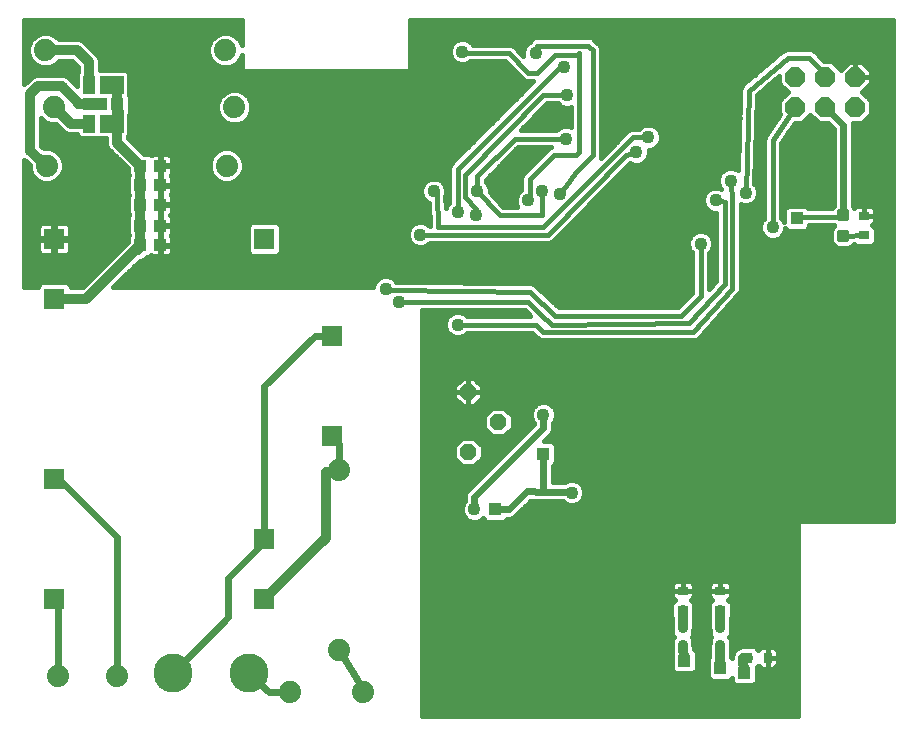
<source format=gbl>
G75*
%MOIN*%
%OFA0B0*%
%FSLAX25Y25*%
%IPPOS*%
%LPD*%
%AMOC8*
5,1,8,0,0,1.08239X$1,22.5*
%
%ADD10R,0.04331X0.03937*%
%ADD11C,0.07400*%
%ADD12C,0.01181*%
%ADD13C,0.13000*%
%ADD14R,0.03700X0.03000*%
%ADD15R,0.03000X0.03700*%
%ADD16OC8,0.05600*%
%ADD17R,0.07124X0.07124*%
%ADD18OC8,0.06600*%
%ADD19R,0.04300X0.05900*%
%ADD20R,0.07900X0.04300*%
%ADD21R,0.07900X0.05900*%
%ADD22R,0.04300X0.04300*%
%ADD23R,0.03150X0.03150*%
%ADD24C,0.03200*%
%ADD25C,0.01600*%
%ADD26C,0.04362*%
%ADD27C,0.02400*%
%ADD28R,0.04362X0.04362*%
D10*
X0042954Y0160800D03*
X0049646Y0160800D03*
X0049646Y0167300D03*
X0042954Y0167300D03*
X0042954Y0174300D03*
X0049646Y0174300D03*
X0049646Y0180800D03*
X0042954Y0180800D03*
X0042954Y0187300D03*
X0049646Y0187300D03*
D11*
X0015457Y0017300D03*
X0035143Y0017300D03*
X0092800Y0011800D03*
X0109300Y0025800D03*
X0117300Y0011800D03*
X0109300Y0085800D03*
X0071800Y0187300D03*
X0074300Y0206800D03*
X0071300Y0225800D03*
X0014300Y0206800D03*
X0011300Y0225800D03*
X0011800Y0187300D03*
D12*
X0275922Y0169375D02*
X0278678Y0169375D01*
X0275922Y0169375D02*
X0275922Y0172131D01*
X0278678Y0172131D01*
X0278678Y0169375D01*
X0278678Y0170555D02*
X0275922Y0170555D01*
X0275922Y0171735D02*
X0278678Y0171735D01*
X0278678Y0162469D02*
X0275922Y0162469D01*
X0275922Y0165225D01*
X0278678Y0165225D01*
X0278678Y0162469D01*
X0278678Y0163649D02*
X0275922Y0163649D01*
X0275922Y0164829D02*
X0278678Y0164829D01*
D13*
X0079300Y0018300D03*
X0053800Y0018300D03*
D14*
X0223800Y0039000D03*
X0223800Y0045600D03*
X0236300Y0045600D03*
X0236300Y0039000D03*
X0284300Y0164000D03*
X0284300Y0170600D03*
D15*
X0252100Y0023300D03*
X0245500Y0023300D03*
D16*
X0152300Y0091800D03*
X0162300Y0101800D03*
X0152300Y0111800D03*
D17*
X0106800Y0097050D03*
X0106800Y0130550D03*
X0084300Y0162800D03*
X0014300Y0162800D03*
X0014300Y0142800D03*
X0014300Y0082800D03*
X0014300Y0042800D03*
X0084300Y0042800D03*
X0084300Y0062800D03*
D18*
X0261300Y0206800D03*
X0271300Y0206800D03*
X0281300Y0206800D03*
X0281300Y0216800D03*
X0271300Y0216800D03*
X0261300Y0216800D03*
D19*
X0026000Y0214300D03*
X0026000Y0201300D03*
D20*
X0027800Y0207800D03*
D21*
X0033400Y0201300D03*
X0033400Y0214300D03*
D22*
X0035300Y0207800D03*
D23*
X0223800Y0033253D03*
X0223800Y0027347D03*
X0236300Y0027347D03*
X0236300Y0033253D03*
D24*
X0236300Y0039000D01*
X0223800Y0039000D02*
X0223800Y0033253D01*
X0223800Y0027347D02*
X0224300Y0022300D01*
X0236300Y0019800D02*
X0236300Y0027347D01*
X0243800Y0023300D02*
X0245500Y0023300D01*
X0243800Y0023300D02*
X0244300Y0018300D01*
X0104800Y0063300D02*
X0084300Y0042800D01*
X0104800Y0063300D02*
X0104800Y0085300D01*
X0042954Y0160800D02*
X0024954Y0142800D01*
X0014300Y0142800D01*
X0042300Y0159146D02*
X0042954Y0160800D01*
X0042954Y0167300D01*
X0042954Y0174300D01*
X0042954Y0180800D01*
X0042954Y0187300D01*
X0035300Y0194954D01*
X0035300Y0207800D01*
X0035800Y0204700D01*
X0033400Y0201300D01*
X0035300Y0207800D02*
X0035300Y0213400D01*
X0033400Y0214300D01*
X0026000Y0214300D02*
X0025800Y0214500D01*
X0025800Y0221800D01*
X0021800Y0225800D01*
X0011300Y0225800D01*
X0008800Y0213800D02*
X0016800Y0213800D01*
X0022300Y0208300D01*
X0022300Y0207800D01*
X0027800Y0207800D01*
X0026000Y0201300D02*
X0019800Y0201300D01*
X0014300Y0206800D01*
X0008800Y0213800D02*
X0006300Y0211300D01*
X0006300Y0192300D01*
X0011800Y0187300D01*
X0014300Y0082800D02*
X0015800Y0082800D01*
X0014300Y0042800D02*
X0014800Y0042300D01*
D25*
X0136800Y0041763D02*
X0220384Y0041763D01*
X0219950Y0041328D02*
X0219950Y0036672D01*
X0220200Y0036422D01*
X0220200Y0032537D01*
X0220225Y0032476D01*
X0220225Y0030850D01*
X0220775Y0030300D01*
X0220225Y0029750D01*
X0220225Y0027963D01*
X0220147Y0027705D01*
X0220225Y0026915D01*
X0220225Y0025416D01*
X0220119Y0025310D01*
X0220119Y0019290D01*
X0221290Y0018119D01*
X0227310Y0018119D01*
X0228481Y0019290D01*
X0228481Y0025310D01*
X0227525Y0026266D01*
X0227375Y0027779D01*
X0227375Y0029750D01*
X0226825Y0030300D01*
X0227375Y0030850D01*
X0227375Y0032476D01*
X0227400Y0032537D01*
X0227400Y0036422D01*
X0227650Y0036672D01*
X0227650Y0041328D01*
X0226479Y0042500D01*
X0226755Y0042660D01*
X0227090Y0042995D01*
X0227327Y0043405D01*
X0227450Y0043863D01*
X0227450Y0045600D01*
X0227450Y0047337D01*
X0227327Y0047795D01*
X0227090Y0048205D01*
X0226755Y0048540D01*
X0226345Y0048777D01*
X0225887Y0048900D01*
X0223800Y0048900D01*
X0223800Y0045600D01*
X0223800Y0045600D01*
X0227450Y0045600D01*
X0223800Y0045600D01*
X0223800Y0045600D01*
X0223800Y0045600D01*
X0220150Y0045600D01*
X0220150Y0047337D01*
X0220273Y0047795D01*
X0220510Y0048205D01*
X0220845Y0048540D01*
X0221255Y0048777D01*
X0221713Y0048900D01*
X0223800Y0048900D01*
X0223800Y0045600D01*
X0220150Y0045600D01*
X0220150Y0043863D01*
X0220273Y0043405D01*
X0220510Y0042995D01*
X0220845Y0042660D01*
X0221121Y0042500D01*
X0219950Y0041328D01*
X0219950Y0040164D02*
X0136800Y0040164D01*
X0136800Y0038566D02*
X0219950Y0038566D01*
X0219950Y0036967D02*
X0136800Y0036967D01*
X0136800Y0035369D02*
X0220200Y0035369D01*
X0220200Y0033770D02*
X0136800Y0033770D01*
X0136800Y0032172D02*
X0220225Y0032172D01*
X0220502Y0030573D02*
X0136800Y0030573D01*
X0136800Y0028975D02*
X0220225Y0028975D01*
X0220180Y0027376D02*
X0136800Y0027376D01*
X0136800Y0025778D02*
X0220225Y0025778D01*
X0220119Y0024179D02*
X0136800Y0024179D01*
X0136800Y0022581D02*
X0220119Y0022581D01*
X0220119Y0020982D02*
X0136800Y0020982D01*
X0136800Y0019384D02*
X0220119Y0019384D01*
X0228481Y0019384D02*
X0232119Y0019384D01*
X0232119Y0020982D02*
X0228481Y0020982D01*
X0228481Y0022581D02*
X0232119Y0022581D01*
X0232119Y0022810D02*
X0232119Y0016790D01*
X0233290Y0015619D01*
X0239310Y0015619D01*
X0240119Y0016428D01*
X0240119Y0015290D01*
X0241290Y0014119D01*
X0247310Y0014119D01*
X0248481Y0015290D01*
X0248481Y0020103D01*
X0249000Y0020621D01*
X0249160Y0020345D01*
X0249495Y0020010D01*
X0249905Y0019773D01*
X0250363Y0019650D01*
X0252100Y0019650D01*
X0253837Y0019650D01*
X0254295Y0019773D01*
X0254705Y0020010D01*
X0255040Y0020345D01*
X0255277Y0020755D01*
X0255400Y0021213D01*
X0255400Y0023300D01*
X0255400Y0025387D01*
X0255277Y0025845D01*
X0255040Y0026255D01*
X0254705Y0026590D01*
X0254295Y0026827D01*
X0253837Y0026950D01*
X0252100Y0026950D01*
X0252100Y0023300D01*
X0252100Y0023300D01*
X0255400Y0023300D01*
X0252100Y0023300D01*
X0252100Y0023300D01*
X0252100Y0026950D01*
X0250363Y0026950D01*
X0249905Y0026827D01*
X0249495Y0026590D01*
X0249160Y0026255D01*
X0249000Y0025979D01*
X0247828Y0027150D01*
X0243172Y0027150D01*
X0242844Y0026822D01*
X0242729Y0026811D01*
X0242256Y0026557D01*
X0241761Y0026352D01*
X0241630Y0026221D01*
X0241467Y0026134D01*
X0241127Y0025719D01*
X0240748Y0025339D01*
X0240677Y0025168D01*
X0240560Y0025025D01*
X0240405Y0024512D01*
X0240200Y0024016D01*
X0240200Y0023831D01*
X0240147Y0023654D01*
X0240200Y0023120D01*
X0240200Y0023091D01*
X0239900Y0023391D01*
X0239900Y0028063D01*
X0239875Y0028124D01*
X0239875Y0029750D01*
X0239325Y0030300D01*
X0239875Y0030850D01*
X0239875Y0032476D01*
X0239900Y0032537D01*
X0239900Y0036422D01*
X0240150Y0036672D01*
X0240150Y0041328D01*
X0238979Y0042500D01*
X0239255Y0042660D01*
X0239590Y0042995D01*
X0239827Y0043405D01*
X0239950Y0043863D01*
X0239950Y0045600D01*
X0239950Y0047337D01*
X0239827Y0047795D01*
X0239590Y0048205D01*
X0239255Y0048540D01*
X0238845Y0048777D01*
X0238387Y0048900D01*
X0236300Y0048900D01*
X0236300Y0045600D01*
X0236300Y0045600D01*
X0239950Y0045600D01*
X0236300Y0045600D01*
X0236300Y0045600D01*
X0236300Y0045600D01*
X0232650Y0045600D01*
X0232650Y0047337D01*
X0232773Y0047795D01*
X0233010Y0048205D01*
X0233345Y0048540D01*
X0233755Y0048777D01*
X0234213Y0048900D01*
X0236300Y0048900D01*
X0236300Y0045600D01*
X0232650Y0045600D01*
X0232650Y0043863D01*
X0232773Y0043405D01*
X0233010Y0042995D01*
X0233345Y0042660D01*
X0233621Y0042500D01*
X0232450Y0041328D01*
X0232450Y0036672D01*
X0232700Y0036422D01*
X0232700Y0032537D01*
X0232725Y0032476D01*
X0232725Y0030850D01*
X0233275Y0030300D01*
X0232725Y0029750D01*
X0232725Y0028124D01*
X0232700Y0028063D01*
X0232700Y0023391D01*
X0232119Y0022810D01*
X0232700Y0024179D02*
X0228481Y0024179D01*
X0228013Y0025778D02*
X0232700Y0025778D01*
X0232700Y0027376D02*
X0227415Y0027376D01*
X0227375Y0028975D02*
X0232725Y0028975D01*
X0233002Y0030573D02*
X0227098Y0030573D01*
X0227375Y0032172D02*
X0232725Y0032172D01*
X0232700Y0033770D02*
X0227400Y0033770D01*
X0227400Y0035369D02*
X0232700Y0035369D01*
X0232450Y0036967D02*
X0227650Y0036967D01*
X0227650Y0038566D02*
X0232450Y0038566D01*
X0232450Y0040164D02*
X0227650Y0040164D01*
X0227216Y0041763D02*
X0232884Y0041763D01*
X0232798Y0043361D02*
X0227302Y0043361D01*
X0227450Y0044960D02*
X0232650Y0044960D01*
X0232650Y0046558D02*
X0227450Y0046558D01*
X0227118Y0048157D02*
X0232982Y0048157D01*
X0236300Y0048157D02*
X0236300Y0048157D01*
X0236300Y0046558D02*
X0236300Y0046558D01*
X0239618Y0048157D02*
X0262300Y0048157D01*
X0262300Y0049755D02*
X0136800Y0049755D01*
X0136800Y0048157D02*
X0220482Y0048157D01*
X0220150Y0046558D02*
X0136800Y0046558D01*
X0136800Y0044960D02*
X0220150Y0044960D01*
X0220298Y0043361D02*
X0136800Y0043361D01*
X0136800Y0051354D02*
X0262300Y0051354D01*
X0262300Y0052952D02*
X0136800Y0052952D01*
X0136800Y0054551D02*
X0262300Y0054551D01*
X0262300Y0056149D02*
X0136800Y0056149D01*
X0136800Y0057748D02*
X0262300Y0057748D01*
X0262300Y0059346D02*
X0136800Y0059346D01*
X0136800Y0060945D02*
X0262300Y0060945D01*
X0262300Y0062543D02*
X0136800Y0062543D01*
X0136800Y0064142D02*
X0262300Y0064142D01*
X0262300Y0065740D02*
X0136800Y0065740D01*
X0136800Y0067339D02*
X0262300Y0067339D01*
X0262300Y0068800D02*
X0262300Y0003800D01*
X0136800Y0003800D01*
X0136800Y0139000D01*
X0171140Y0139000D01*
X0173040Y0137100D01*
X0151913Y0137100D01*
X0151168Y0137845D01*
X0149632Y0138481D01*
X0147968Y0138481D01*
X0146432Y0137845D01*
X0145255Y0136668D01*
X0144619Y0135132D01*
X0144619Y0133468D01*
X0145255Y0131932D01*
X0146432Y0130755D01*
X0147968Y0130119D01*
X0149632Y0130119D01*
X0151168Y0130755D01*
X0151913Y0131500D01*
X0173640Y0131500D01*
X0174926Y0130214D01*
X0175714Y0129426D01*
X0176743Y0129000D01*
X0226822Y0129000D01*
X0226896Y0128974D01*
X0227376Y0129000D01*
X0227857Y0129000D01*
X0227930Y0129030D01*
X0228009Y0129034D01*
X0228442Y0129242D01*
X0228886Y0129426D01*
X0228942Y0129482D01*
X0229013Y0129516D01*
X0229334Y0129874D01*
X0229674Y0130214D01*
X0229704Y0130287D01*
X0242334Y0144374D01*
X0242674Y0144714D01*
X0242704Y0144787D01*
X0242757Y0144846D01*
X0242916Y0145299D01*
X0243100Y0145743D01*
X0243100Y0145822D01*
X0243126Y0145896D01*
X0243100Y0146376D01*
X0243100Y0174479D01*
X0243968Y0174119D01*
X0245632Y0174119D01*
X0247168Y0174755D01*
X0248345Y0175932D01*
X0248981Y0177468D01*
X0248981Y0179132D01*
X0248345Y0180668D01*
X0247690Y0181323D01*
X0248562Y0210969D01*
X0256000Y0217263D01*
X0256000Y0214605D01*
X0258805Y0211800D01*
X0256000Y0208995D01*
X0256000Y0204605D01*
X0256246Y0204358D01*
X0251634Y0197594D01*
X0251426Y0197386D01*
X0251324Y0197139D01*
X0251173Y0196917D01*
X0251113Y0196629D01*
X0251000Y0196357D01*
X0251000Y0196089D01*
X0250945Y0195827D01*
X0251000Y0195537D01*
X0251000Y0169913D01*
X0250255Y0169168D01*
X0249619Y0167632D01*
X0249619Y0165968D01*
X0250255Y0164432D01*
X0251432Y0163255D01*
X0252968Y0162619D01*
X0254632Y0162619D01*
X0256168Y0163255D01*
X0257345Y0164432D01*
X0257981Y0165968D01*
X0257981Y0166428D01*
X0258790Y0165619D01*
X0264810Y0165619D01*
X0265981Y0166790D01*
X0265981Y0167500D01*
X0274133Y0167500D01*
X0274333Y0167300D01*
X0273726Y0166693D01*
X0273331Y0165740D01*
X0273331Y0161954D01*
X0273726Y0161002D01*
X0274455Y0160273D01*
X0275407Y0159879D01*
X0279193Y0159879D01*
X0280145Y0160273D01*
X0280874Y0161002D01*
X0280924Y0161122D01*
X0280998Y0161123D01*
X0281622Y0160500D01*
X0286978Y0160500D01*
X0288150Y0161672D01*
X0288150Y0166328D01*
X0286979Y0167500D01*
X0287255Y0167660D01*
X0287590Y0167995D01*
X0287827Y0168405D01*
X0287950Y0168863D01*
X0287950Y0170600D01*
X0287950Y0172337D01*
X0287827Y0172795D01*
X0287590Y0173205D01*
X0287255Y0173540D01*
X0286845Y0173777D01*
X0286387Y0173900D01*
X0284300Y0173900D01*
X0284300Y0170600D01*
X0284300Y0170600D01*
X0287950Y0170600D01*
X0284300Y0170600D01*
X0284300Y0170600D01*
X0284300Y0173900D01*
X0282213Y0173900D01*
X0281755Y0173777D01*
X0281345Y0173540D01*
X0281029Y0173224D01*
X0280874Y0173598D01*
X0280500Y0173972D01*
X0280500Y0200747D01*
X0280502Y0201377D01*
X0280500Y0201383D01*
X0280500Y0201389D01*
X0280454Y0201500D01*
X0283495Y0201500D01*
X0286600Y0204605D01*
X0286600Y0208995D01*
X0283654Y0211941D01*
X0286400Y0214688D01*
X0286400Y0216787D01*
X0281313Y0216787D01*
X0281313Y0216812D01*
X0286400Y0216812D01*
X0286400Y0218912D01*
X0283412Y0221900D01*
X0281313Y0221900D01*
X0281313Y0216813D01*
X0281287Y0216813D01*
X0281287Y0221900D01*
X0279188Y0221900D01*
X0276441Y0219154D01*
X0273495Y0222100D01*
X0270960Y0222100D01*
X0267386Y0225674D01*
X0266357Y0226100D01*
X0258916Y0226100D01*
X0258477Y0226137D01*
X0258363Y0226100D01*
X0258243Y0226100D01*
X0257836Y0225931D01*
X0257417Y0225797D01*
X0257325Y0225720D01*
X0257214Y0225674D01*
X0256902Y0225362D01*
X0244357Y0214747D01*
X0244284Y0214719D01*
X0243934Y0214389D01*
X0243566Y0214078D01*
X0243531Y0214009D01*
X0243474Y0213955D01*
X0243277Y0213516D01*
X0243056Y0213088D01*
X0243049Y0213010D01*
X0243018Y0212939D01*
X0243003Y0212457D01*
X0242963Y0211977D01*
X0242987Y0211903D01*
X0242219Y0185794D01*
X0242168Y0185845D01*
X0240632Y0186481D01*
X0238968Y0186481D01*
X0237432Y0185845D01*
X0236255Y0184668D01*
X0235619Y0183132D01*
X0235619Y0181468D01*
X0236255Y0179932D01*
X0236612Y0179575D01*
X0235632Y0179981D01*
X0233968Y0179981D01*
X0232432Y0179345D01*
X0231255Y0178168D01*
X0230619Y0176632D01*
X0230619Y0174968D01*
X0231255Y0173432D01*
X0232432Y0172255D01*
X0233968Y0171619D01*
X0235000Y0171619D01*
X0235000Y0148895D01*
X0232600Y0146295D01*
X0232600Y0158187D01*
X0233345Y0158932D01*
X0233981Y0160468D01*
X0233981Y0162132D01*
X0233345Y0163668D01*
X0232168Y0164845D01*
X0230632Y0165481D01*
X0228968Y0165481D01*
X0227432Y0164845D01*
X0226255Y0163668D01*
X0225619Y0162132D01*
X0225619Y0160468D01*
X0226255Y0158932D01*
X0227000Y0158187D01*
X0227000Y0144960D01*
X0222140Y0140100D01*
X0182410Y0140100D01*
X0174761Y0147299D01*
X0174412Y0147656D01*
X0174357Y0147680D01*
X0174313Y0147721D01*
X0173847Y0147898D01*
X0173387Y0148094D01*
X0173328Y0148094D01*
X0173272Y0148116D01*
X0172773Y0148100D01*
X0128380Y0148583D01*
X0128345Y0148668D01*
X0127168Y0149845D01*
X0125632Y0150481D01*
X0123968Y0150481D01*
X0122432Y0149845D01*
X0121255Y0148668D01*
X0120619Y0147132D01*
X0120619Y0146800D01*
X0034045Y0146800D01*
X0042799Y0155554D01*
X0043075Y0155559D01*
X0044389Y0156128D01*
X0045069Y0156831D01*
X0045947Y0156831D01*
X0046459Y0157343D01*
X0046786Y0157154D01*
X0047244Y0157031D01*
X0049462Y0157031D01*
X0049462Y0160616D01*
X0049831Y0160616D01*
X0049831Y0160984D01*
X0053612Y0160984D01*
X0053612Y0163005D01*
X0053489Y0163463D01*
X0053252Y0163874D01*
X0053076Y0164050D01*
X0053252Y0164226D01*
X0053489Y0164637D01*
X0053612Y0165095D01*
X0053612Y0167116D01*
X0049831Y0167116D01*
X0049831Y0167484D01*
X0053612Y0167484D01*
X0053612Y0169505D01*
X0053489Y0169963D01*
X0053252Y0170374D01*
X0052917Y0170709D01*
X0052759Y0170800D01*
X0052917Y0170891D01*
X0053252Y0171226D01*
X0053489Y0171637D01*
X0053612Y0172095D01*
X0053612Y0174116D01*
X0049831Y0174116D01*
X0049831Y0174484D01*
X0053612Y0174484D01*
X0053612Y0176505D01*
X0053489Y0176963D01*
X0053252Y0177374D01*
X0053076Y0177550D01*
X0053252Y0177726D01*
X0053489Y0178137D01*
X0053612Y0178595D01*
X0053612Y0180616D01*
X0049831Y0180616D01*
X0049831Y0180984D01*
X0053612Y0180984D01*
X0053612Y0183005D01*
X0053489Y0183463D01*
X0053252Y0183874D01*
X0053076Y0184050D01*
X0053252Y0184226D01*
X0053489Y0184637D01*
X0053612Y0185095D01*
X0053612Y0187116D01*
X0049831Y0187116D01*
X0049831Y0187484D01*
X0053612Y0187484D01*
X0053612Y0189505D01*
X0053489Y0189963D01*
X0053252Y0190374D01*
X0052917Y0190709D01*
X0052507Y0190946D01*
X0052049Y0191068D01*
X0049831Y0191068D01*
X0049831Y0187484D01*
X0049462Y0187484D01*
X0049462Y0191068D01*
X0047244Y0191068D01*
X0046786Y0190946D01*
X0046459Y0190757D01*
X0045947Y0191268D01*
X0044076Y0191268D01*
X0038900Y0196445D01*
X0038900Y0197072D01*
X0039350Y0197522D01*
X0039350Y0204068D01*
X0039468Y0204566D01*
X0039465Y0204586D01*
X0039469Y0204606D01*
X0039435Y0204806D01*
X0039450Y0204822D01*
X0039450Y0210778D01*
X0039350Y0210878D01*
X0039350Y0218078D01*
X0038178Y0219250D01*
X0029400Y0219250D01*
X0029400Y0222516D01*
X0028852Y0223839D01*
X0027839Y0224852D01*
X0023839Y0228852D01*
X0022516Y0229400D01*
X0015761Y0229400D01*
X0014529Y0230632D01*
X0012434Y0231500D01*
X0010166Y0231500D01*
X0008071Y0230632D01*
X0006468Y0229029D01*
X0005600Y0226934D01*
X0005600Y0224666D01*
X0006468Y0222571D01*
X0008071Y0220968D01*
X0010166Y0220100D01*
X0012434Y0220100D01*
X0014529Y0220968D01*
X0015761Y0222200D01*
X0020309Y0222200D01*
X0022200Y0220309D01*
X0022200Y0218428D01*
X0021850Y0218078D01*
X0021850Y0213841D01*
X0018839Y0216852D01*
X0017516Y0217400D01*
X0008084Y0217400D01*
X0006761Y0216852D01*
X0005748Y0215839D01*
X0004300Y0214391D01*
X0004300Y0235761D01*
X0076800Y0235761D01*
X0076800Y0227417D01*
X0076132Y0229029D01*
X0074529Y0230632D01*
X0072434Y0231500D01*
X0070166Y0231500D01*
X0068071Y0230632D01*
X0066468Y0229029D01*
X0065600Y0226934D01*
X0065600Y0224666D01*
X0066468Y0222571D01*
X0068071Y0220968D01*
X0070166Y0220100D01*
X0072434Y0220100D01*
X0074529Y0220968D01*
X0076132Y0222571D01*
X0076800Y0224183D01*
X0076800Y0218800D01*
X0132800Y0218800D01*
X0132800Y0235761D01*
X0294001Y0235761D01*
X0294001Y0068800D01*
X0262300Y0068800D01*
X0262300Y0046558D02*
X0239950Y0046558D01*
X0239950Y0044960D02*
X0262300Y0044960D01*
X0262300Y0043361D02*
X0239802Y0043361D01*
X0239716Y0041763D02*
X0262300Y0041763D01*
X0262300Y0040164D02*
X0240150Y0040164D01*
X0240150Y0038566D02*
X0262300Y0038566D01*
X0262300Y0036967D02*
X0240150Y0036967D01*
X0239900Y0035369D02*
X0262300Y0035369D01*
X0262300Y0033770D02*
X0239900Y0033770D01*
X0239875Y0032172D02*
X0262300Y0032172D01*
X0262300Y0030573D02*
X0239598Y0030573D01*
X0239875Y0028975D02*
X0262300Y0028975D01*
X0262300Y0027376D02*
X0239900Y0027376D01*
X0239900Y0025778D02*
X0241176Y0025778D01*
X0240268Y0024179D02*
X0239900Y0024179D01*
X0248481Y0019384D02*
X0262300Y0019384D01*
X0262300Y0020982D02*
X0255338Y0020982D01*
X0255400Y0022581D02*
X0262300Y0022581D01*
X0262300Y0024179D02*
X0255400Y0024179D01*
X0255295Y0025778D02*
X0262300Y0025778D01*
X0262300Y0017785D02*
X0248481Y0017785D01*
X0248481Y0016187D02*
X0262300Y0016187D01*
X0262300Y0014588D02*
X0247779Y0014588D01*
X0252100Y0019650D02*
X0252100Y0023300D01*
X0252100Y0019650D01*
X0252100Y0020982D02*
X0252100Y0020982D01*
X0252100Y0022581D02*
X0252100Y0022581D01*
X0252100Y0023300D02*
X0252100Y0023300D01*
X0252100Y0024179D02*
X0252100Y0024179D01*
X0252100Y0025778D02*
X0252100Y0025778D01*
X0240119Y0016187D02*
X0239877Y0016187D01*
X0240821Y0014588D02*
X0136800Y0014588D01*
X0136800Y0012990D02*
X0262300Y0012990D01*
X0262300Y0011391D02*
X0136800Y0011391D01*
X0136800Y0009793D02*
X0262300Y0009793D01*
X0262300Y0008194D02*
X0136800Y0008194D01*
X0136800Y0006596D02*
X0262300Y0006596D01*
X0262300Y0004997D02*
X0136800Y0004997D01*
X0136800Y0016187D02*
X0232723Y0016187D01*
X0232119Y0017785D02*
X0136800Y0017785D01*
X0136800Y0068937D02*
X0152699Y0068937D01*
X0151932Y0069255D02*
X0153468Y0068619D01*
X0155132Y0068619D01*
X0156668Y0069255D01*
X0157161Y0069748D01*
X0158290Y0068619D01*
X0164310Y0068619D01*
X0165291Y0069600D01*
X0166437Y0069600D01*
X0167613Y0070087D01*
X0173081Y0075556D01*
X0176506Y0075441D01*
X0176557Y0075420D01*
X0177141Y0075420D01*
X0177724Y0075401D01*
X0177775Y0075420D01*
X0183767Y0075420D01*
X0184432Y0074755D01*
X0185968Y0074119D01*
X0187632Y0074119D01*
X0189168Y0074755D01*
X0190345Y0075932D01*
X0190981Y0077468D01*
X0190981Y0079132D01*
X0190345Y0080668D01*
X0189168Y0081845D01*
X0187632Y0082481D01*
X0185968Y0082481D01*
X0184432Y0081845D01*
X0184407Y0081820D01*
X0180500Y0081820D01*
X0180500Y0087309D01*
X0181481Y0088290D01*
X0181481Y0094310D01*
X0180310Y0095481D01*
X0177507Y0095481D01*
X0180013Y0097987D01*
X0180500Y0099163D01*
X0180500Y0101587D01*
X0180845Y0101932D01*
X0181481Y0103468D01*
X0181481Y0105132D01*
X0180845Y0106668D01*
X0179668Y0107845D01*
X0178132Y0108481D01*
X0176468Y0108481D01*
X0174932Y0107845D01*
X0173755Y0106668D01*
X0173119Y0105132D01*
X0173119Y0103468D01*
X0173755Y0101932D01*
X0174100Y0101587D01*
X0174100Y0101125D01*
X0152487Y0079513D01*
X0151587Y0078613D01*
X0151100Y0077437D01*
X0151100Y0075513D01*
X0150755Y0075168D01*
X0150119Y0073632D01*
X0150119Y0071968D01*
X0150755Y0070432D01*
X0151932Y0069255D01*
X0150712Y0070536D02*
X0136800Y0070536D01*
X0136800Y0072134D02*
X0150119Y0072134D01*
X0150161Y0073733D02*
X0136800Y0073733D01*
X0136800Y0075332D02*
X0150919Y0075332D01*
X0151100Y0076930D02*
X0136800Y0076930D01*
X0136800Y0078529D02*
X0151552Y0078529D01*
X0153102Y0080127D02*
X0136800Y0080127D01*
X0136800Y0081726D02*
X0154700Y0081726D01*
X0156299Y0083324D02*
X0136800Y0083324D01*
X0136800Y0084923D02*
X0157897Y0084923D01*
X0159496Y0086521D02*
X0136800Y0086521D01*
X0136800Y0088120D02*
X0149192Y0088120D01*
X0150312Y0087000D02*
X0147500Y0089812D01*
X0147500Y0093788D01*
X0150312Y0096600D01*
X0154288Y0096600D01*
X0157100Y0093788D01*
X0157100Y0089812D01*
X0154288Y0087000D01*
X0150312Y0087000D01*
X0147594Y0089718D02*
X0136800Y0089718D01*
X0136800Y0091317D02*
X0147500Y0091317D01*
X0147500Y0092915D02*
X0136800Y0092915D01*
X0136800Y0094514D02*
X0148225Y0094514D01*
X0149824Y0096112D02*
X0136800Y0096112D01*
X0136800Y0097711D02*
X0159601Y0097711D01*
X0160312Y0097000D02*
X0164288Y0097000D01*
X0167100Y0099812D01*
X0167100Y0103788D01*
X0164288Y0106600D01*
X0160312Y0106600D01*
X0157500Y0103788D01*
X0157500Y0099812D01*
X0160312Y0097000D01*
X0158003Y0099309D02*
X0136800Y0099309D01*
X0136800Y0100908D02*
X0157500Y0100908D01*
X0157500Y0102506D02*
X0136800Y0102506D01*
X0136800Y0104105D02*
X0157817Y0104105D01*
X0159415Y0105703D02*
X0136800Y0105703D01*
X0136800Y0107302D02*
X0150293Y0107302D01*
X0150395Y0107200D02*
X0152300Y0107200D01*
X0154205Y0107200D01*
X0156900Y0109895D01*
X0156900Y0111800D01*
X0156900Y0113705D01*
X0154205Y0116400D01*
X0152300Y0116400D01*
X0152300Y0111800D01*
X0156900Y0111800D01*
X0152300Y0111800D01*
X0152300Y0111800D01*
X0152300Y0111800D01*
X0152300Y0107200D01*
X0152300Y0111800D01*
X0152300Y0111800D01*
X0152300Y0111800D01*
X0147700Y0111800D01*
X0147700Y0113705D01*
X0150395Y0116400D01*
X0152300Y0116400D01*
X0152300Y0111800D01*
X0147700Y0111800D01*
X0147700Y0109895D01*
X0150395Y0107200D01*
X0152300Y0107302D02*
X0152300Y0107302D01*
X0152300Y0108900D02*
X0152300Y0108900D01*
X0152300Y0110499D02*
X0152300Y0110499D01*
X0152300Y0112097D02*
X0152300Y0112097D01*
X0152300Y0113696D02*
X0152300Y0113696D01*
X0152300Y0115294D02*
X0152300Y0115294D01*
X0155311Y0115294D02*
X0294001Y0115294D01*
X0294001Y0113696D02*
X0156900Y0113696D01*
X0156900Y0112097D02*
X0294001Y0112097D01*
X0294001Y0110499D02*
X0156900Y0110499D01*
X0155906Y0108900D02*
X0294001Y0108900D01*
X0294001Y0107302D02*
X0180211Y0107302D01*
X0181244Y0105703D02*
X0294001Y0105703D01*
X0294001Y0104105D02*
X0181481Y0104105D01*
X0181083Y0102506D02*
X0294001Y0102506D01*
X0294001Y0100908D02*
X0180500Y0100908D01*
X0180500Y0099309D02*
X0294001Y0099309D01*
X0294001Y0097711D02*
X0179736Y0097711D01*
X0178138Y0096112D02*
X0294001Y0096112D01*
X0294001Y0094514D02*
X0181277Y0094514D01*
X0181481Y0092915D02*
X0294001Y0092915D01*
X0294001Y0091317D02*
X0181481Y0091317D01*
X0181481Y0089718D02*
X0294001Y0089718D01*
X0294001Y0088120D02*
X0181310Y0088120D01*
X0180500Y0086521D02*
X0294001Y0086521D01*
X0294001Y0084923D02*
X0180500Y0084923D01*
X0180500Y0083324D02*
X0294001Y0083324D01*
X0294001Y0081726D02*
X0189287Y0081726D01*
X0190569Y0080127D02*
X0294001Y0080127D01*
X0294001Y0078529D02*
X0190981Y0078529D01*
X0190758Y0076930D02*
X0294001Y0076930D01*
X0294001Y0075332D02*
X0189744Y0075332D01*
X0183855Y0075332D02*
X0172857Y0075332D01*
X0171258Y0073733D02*
X0294001Y0073733D01*
X0294001Y0072134D02*
X0169660Y0072134D01*
X0168061Y0070536D02*
X0294001Y0070536D01*
X0294001Y0068937D02*
X0164628Y0068937D01*
X0157972Y0068937D02*
X0155901Y0068937D01*
X0155408Y0088120D02*
X0161094Y0088120D01*
X0162693Y0089718D02*
X0157006Y0089718D01*
X0157100Y0091317D02*
X0164291Y0091317D01*
X0165890Y0092915D02*
X0157100Y0092915D01*
X0156375Y0094514D02*
X0167488Y0094514D01*
X0169087Y0096112D02*
X0154776Y0096112D01*
X0164999Y0097711D02*
X0170685Y0097711D01*
X0172284Y0099309D02*
X0166597Y0099309D01*
X0167100Y0100908D02*
X0173882Y0100908D01*
X0173517Y0102506D02*
X0167100Y0102506D01*
X0166783Y0104105D02*
X0173119Y0104105D01*
X0173356Y0105703D02*
X0165185Y0105703D01*
X0174389Y0107302D02*
X0154307Y0107302D01*
X0148694Y0108900D02*
X0136800Y0108900D01*
X0136800Y0110499D02*
X0147700Y0110499D01*
X0147700Y0112097D02*
X0136800Y0112097D01*
X0136800Y0113696D02*
X0147700Y0113696D01*
X0149289Y0115294D02*
X0136800Y0115294D01*
X0136800Y0116893D02*
X0294001Y0116893D01*
X0294001Y0118491D02*
X0136800Y0118491D01*
X0136800Y0120090D02*
X0294001Y0120090D01*
X0294001Y0121688D02*
X0136800Y0121688D01*
X0136800Y0123287D02*
X0294001Y0123287D01*
X0294001Y0124885D02*
X0136800Y0124885D01*
X0136800Y0126484D02*
X0294001Y0126484D01*
X0294001Y0128082D02*
X0136800Y0128082D01*
X0136800Y0129681D02*
X0175459Y0129681D01*
X0173861Y0131279D02*
X0151692Y0131279D01*
X0148800Y0134300D02*
X0174800Y0134300D01*
X0177300Y0131800D01*
X0227300Y0131800D01*
X0240300Y0146300D01*
X0240300Y0175300D01*
X0239800Y0182300D01*
X0244800Y0178300D02*
X0245800Y0212300D01*
X0258800Y0223300D01*
X0265800Y0223300D01*
X0271300Y0217800D01*
X0271300Y0216800D01*
X0274799Y0220796D02*
X0278084Y0220796D01*
X0276485Y0219198D02*
X0276398Y0219198D01*
X0281287Y0219198D02*
X0281313Y0219198D01*
X0281287Y0220796D02*
X0281313Y0220796D01*
X0281287Y0217599D02*
X0281313Y0217599D01*
X0284516Y0220796D02*
X0294001Y0220796D01*
X0294001Y0219198D02*
X0286115Y0219198D01*
X0286400Y0217599D02*
X0294001Y0217599D01*
X0294001Y0216001D02*
X0286400Y0216001D01*
X0286114Y0214402D02*
X0294001Y0214402D01*
X0294001Y0212803D02*
X0284516Y0212803D01*
X0284390Y0211205D02*
X0294001Y0211205D01*
X0294001Y0209606D02*
X0285989Y0209606D01*
X0286600Y0208008D02*
X0294001Y0208008D01*
X0294001Y0206409D02*
X0286600Y0206409D01*
X0286600Y0204811D02*
X0294001Y0204811D01*
X0294001Y0203212D02*
X0285208Y0203212D01*
X0283609Y0201614D02*
X0294001Y0201614D01*
X0294001Y0200015D02*
X0280500Y0200015D01*
X0280500Y0198417D02*
X0294001Y0198417D01*
X0294001Y0196818D02*
X0280500Y0196818D01*
X0280500Y0195220D02*
X0294001Y0195220D01*
X0294001Y0193621D02*
X0280500Y0193621D01*
X0280500Y0192023D02*
X0294001Y0192023D01*
X0294001Y0190424D02*
X0280500Y0190424D01*
X0280500Y0188826D02*
X0294001Y0188826D01*
X0294001Y0187227D02*
X0280500Y0187227D01*
X0280500Y0185629D02*
X0294001Y0185629D01*
X0294001Y0184030D02*
X0280500Y0184030D01*
X0280500Y0182432D02*
X0294001Y0182432D01*
X0294001Y0180833D02*
X0280500Y0180833D01*
X0280500Y0179235D02*
X0294001Y0179235D01*
X0294001Y0177636D02*
X0280500Y0177636D01*
X0280500Y0176038D02*
X0294001Y0176038D01*
X0294001Y0174439D02*
X0280500Y0174439D01*
X0284300Y0172841D02*
X0284300Y0172841D01*
X0284300Y0171242D02*
X0284300Y0171242D01*
X0287950Y0171242D02*
X0294001Y0171242D01*
X0294001Y0169644D02*
X0287950Y0169644D01*
X0287619Y0168045D02*
X0294001Y0168045D01*
X0294001Y0166447D02*
X0288032Y0166447D01*
X0288150Y0164848D02*
X0294001Y0164848D01*
X0294001Y0163250D02*
X0288150Y0163250D01*
X0288130Y0161651D02*
X0294001Y0161651D01*
X0294001Y0160053D02*
X0279613Y0160053D01*
X0277647Y0163847D02*
X0284300Y0164000D01*
X0277647Y0163847D02*
X0277300Y0163847D01*
X0273331Y0163250D02*
X0256154Y0163250D01*
X0257517Y0164848D02*
X0273331Y0164848D01*
X0273624Y0166447D02*
X0265637Y0166447D01*
X0264800Y0170300D02*
X0261800Y0169800D01*
X0264800Y0170300D02*
X0277253Y0170300D01*
X0277300Y0170753D01*
X0273520Y0173100D02*
X0265691Y0173100D01*
X0264810Y0173981D01*
X0258790Y0173981D01*
X0257619Y0172810D01*
X0257619Y0168506D01*
X0257345Y0169168D01*
X0256600Y0169913D01*
X0256600Y0194936D01*
X0261075Y0201500D01*
X0263495Y0201500D01*
X0266300Y0204305D01*
X0269105Y0201500D01*
X0272051Y0201500D01*
X0274100Y0199435D01*
X0274100Y0173972D01*
X0273726Y0173598D01*
X0273520Y0173100D01*
X0274100Y0174439D02*
X0256600Y0174439D01*
X0256600Y0172841D02*
X0257650Y0172841D01*
X0257619Y0171242D02*
X0256600Y0171242D01*
X0256869Y0169644D02*
X0257619Y0169644D01*
X0253800Y0166800D02*
X0253800Y0195800D01*
X0261300Y0206800D01*
X0258210Y0211205D02*
X0248841Y0211205D01*
X0248522Y0209606D02*
X0256611Y0209606D01*
X0256000Y0208008D02*
X0248475Y0208008D01*
X0248428Y0206409D02*
X0256000Y0206409D01*
X0256000Y0204811D02*
X0248381Y0204811D01*
X0248334Y0203212D02*
X0255465Y0203212D01*
X0254375Y0201614D02*
X0248287Y0201614D01*
X0248240Y0200015D02*
X0253285Y0200015D01*
X0252195Y0198417D02*
X0248193Y0198417D01*
X0248146Y0196818D02*
X0251152Y0196818D01*
X0251000Y0195220D02*
X0248099Y0195220D01*
X0248052Y0193621D02*
X0251000Y0193621D01*
X0251000Y0192023D02*
X0248005Y0192023D01*
X0247958Y0190424D02*
X0251000Y0190424D01*
X0251000Y0188826D02*
X0247911Y0188826D01*
X0247864Y0187227D02*
X0251000Y0187227D01*
X0251000Y0185629D02*
X0247817Y0185629D01*
X0247770Y0184030D02*
X0251000Y0184030D01*
X0251000Y0182432D02*
X0247723Y0182432D01*
X0248180Y0180833D02*
X0251000Y0180833D01*
X0251000Y0179235D02*
X0248938Y0179235D01*
X0248981Y0177636D02*
X0251000Y0177636D01*
X0251000Y0176038D02*
X0248389Y0176038D01*
X0246405Y0174439D02*
X0251000Y0174439D01*
X0251000Y0172841D02*
X0243100Y0172841D01*
X0243100Y0174439D02*
X0243195Y0174439D01*
X0243100Y0171242D02*
X0251000Y0171242D01*
X0250731Y0169644D02*
X0243100Y0169644D01*
X0243100Y0168045D02*
X0249790Y0168045D01*
X0249619Y0166447D02*
X0243100Y0166447D01*
X0243100Y0164848D02*
X0250083Y0164848D01*
X0251446Y0163250D02*
X0243100Y0163250D01*
X0243100Y0161651D02*
X0273457Y0161651D01*
X0274987Y0160053D02*
X0243100Y0160053D01*
X0243100Y0158454D02*
X0294001Y0158454D01*
X0294001Y0156856D02*
X0243100Y0156856D01*
X0243100Y0155257D02*
X0294001Y0155257D01*
X0294001Y0153659D02*
X0243100Y0153659D01*
X0243100Y0152060D02*
X0294001Y0152060D01*
X0294001Y0150462D02*
X0243100Y0150462D01*
X0243100Y0148863D02*
X0294001Y0148863D01*
X0294001Y0147265D02*
X0243100Y0147265D01*
X0243068Y0145666D02*
X0294001Y0145666D01*
X0294001Y0144068D02*
X0242059Y0144068D01*
X0240626Y0142469D02*
X0294001Y0142469D01*
X0294001Y0140870D02*
X0239193Y0140870D01*
X0237760Y0139272D02*
X0294001Y0139272D01*
X0294001Y0137673D02*
X0236326Y0137673D01*
X0234893Y0136075D02*
X0294001Y0136075D01*
X0294001Y0134476D02*
X0233460Y0134476D01*
X0232027Y0132878D02*
X0294001Y0132878D01*
X0294001Y0131279D02*
X0230594Y0131279D01*
X0229161Y0129681D02*
X0294001Y0129681D01*
X0294001Y0172841D02*
X0287801Y0172841D01*
X0274100Y0176038D02*
X0256600Y0176038D01*
X0256600Y0177636D02*
X0274100Y0177636D01*
X0274100Y0179235D02*
X0256600Y0179235D01*
X0256600Y0180833D02*
X0274100Y0180833D01*
X0274100Y0182432D02*
X0256600Y0182432D01*
X0256600Y0184030D02*
X0274100Y0184030D01*
X0274100Y0185629D02*
X0256600Y0185629D01*
X0256600Y0187227D02*
X0274100Y0187227D01*
X0274100Y0188826D02*
X0256600Y0188826D01*
X0256600Y0190424D02*
X0274100Y0190424D01*
X0274100Y0192023D02*
X0256600Y0192023D01*
X0256600Y0193621D02*
X0274100Y0193621D01*
X0274100Y0195220D02*
X0256793Y0195220D01*
X0257883Y0196818D02*
X0274100Y0196818D01*
X0274100Y0198417D02*
X0258973Y0198417D01*
X0260063Y0200015D02*
X0273524Y0200015D01*
X0268991Y0201614D02*
X0263609Y0201614D01*
X0265208Y0203212D02*
X0267392Y0203212D01*
X0257801Y0212803D02*
X0250730Y0212803D01*
X0252619Y0214402D02*
X0256203Y0214402D01*
X0256000Y0216001D02*
X0254508Y0216001D01*
X0251506Y0220796D02*
X0196600Y0220796D01*
X0196600Y0219198D02*
X0249617Y0219198D01*
X0247728Y0217599D02*
X0196600Y0217599D01*
X0196600Y0216001D02*
X0245839Y0216001D01*
X0243948Y0214402D02*
X0196600Y0214402D01*
X0196600Y0212803D02*
X0243014Y0212803D01*
X0242967Y0211205D02*
X0196600Y0211205D01*
X0196600Y0209606D02*
X0242920Y0209606D01*
X0242873Y0208008D02*
X0196600Y0208008D01*
X0196600Y0206409D02*
X0242826Y0206409D01*
X0242779Y0204811D02*
X0196600Y0204811D01*
X0196600Y0203212D02*
X0242732Y0203212D01*
X0242685Y0201614D02*
X0196600Y0201614D01*
X0196600Y0200015D02*
X0209602Y0200015D01*
X0209932Y0200345D02*
X0209187Y0199600D01*
X0206743Y0199600D01*
X0205714Y0199174D01*
X0204926Y0198386D01*
X0196470Y0189930D01*
X0196600Y0190243D01*
X0196600Y0226357D01*
X0196174Y0227386D01*
X0194674Y0228886D01*
X0193886Y0229674D01*
X0192857Y0230100D01*
X0174743Y0230100D01*
X0173714Y0229674D01*
X0172926Y0228886D01*
X0172758Y0228480D01*
X0172432Y0228345D01*
X0171255Y0227168D01*
X0170619Y0225632D01*
X0170619Y0223968D01*
X0170638Y0223921D01*
X0167386Y0227174D01*
X0166357Y0227600D01*
X0153873Y0227600D01*
X0153845Y0227668D01*
X0152668Y0228845D01*
X0151132Y0229481D01*
X0149468Y0229481D01*
X0147932Y0228845D01*
X0146755Y0227668D01*
X0146119Y0226132D01*
X0146119Y0224468D01*
X0146755Y0222932D01*
X0147932Y0221755D01*
X0149468Y0221119D01*
X0151132Y0221119D01*
X0152668Y0221755D01*
X0152913Y0222000D01*
X0164640Y0222000D01*
X0169926Y0216714D01*
X0170714Y0215926D01*
X0171743Y0215500D01*
X0174040Y0215500D01*
X0147214Y0188674D01*
X0146426Y0187886D01*
X0146000Y0186857D01*
X0146000Y0174913D01*
X0145255Y0174168D01*
X0144816Y0173108D01*
X0144633Y0177129D01*
X0144981Y0177968D01*
X0144981Y0179632D01*
X0144345Y0181168D01*
X0143168Y0182345D01*
X0141632Y0182981D01*
X0139968Y0182981D01*
X0138432Y0182345D01*
X0137255Y0181168D01*
X0136619Y0179632D01*
X0136619Y0177968D01*
X0137255Y0176432D01*
X0138432Y0175255D01*
X0139126Y0174968D01*
X0139483Y0167109D01*
X0139428Y0167109D01*
X0138668Y0167868D01*
X0137132Y0168505D01*
X0135468Y0168505D01*
X0133932Y0167868D01*
X0132755Y0166692D01*
X0132119Y0165155D01*
X0132119Y0163492D01*
X0132755Y0161955D01*
X0133932Y0160779D01*
X0135468Y0160143D01*
X0137132Y0160143D01*
X0138668Y0160779D01*
X0139398Y0161509D01*
X0140713Y0161503D01*
X0140719Y0161500D01*
X0141270Y0161500D01*
X0141820Y0161497D01*
X0141826Y0161500D01*
X0178257Y0161500D01*
X0178270Y0161495D01*
X0178814Y0161500D01*
X0179357Y0161500D01*
X0179370Y0161505D01*
X0179384Y0161505D01*
X0179884Y0161718D01*
X0180386Y0161926D01*
X0180396Y0161936D01*
X0180409Y0161941D01*
X0180789Y0162329D01*
X0181174Y0162714D01*
X0181179Y0162727D01*
X0206141Y0188169D01*
X0207468Y0187619D01*
X0209132Y0187619D01*
X0210668Y0188255D01*
X0211845Y0189432D01*
X0212481Y0190968D01*
X0212481Y0192619D01*
X0213132Y0192619D01*
X0214668Y0193255D01*
X0215845Y0194432D01*
X0216481Y0195968D01*
X0216481Y0197632D01*
X0215845Y0199168D01*
X0214668Y0200345D01*
X0213132Y0200981D01*
X0211468Y0200981D01*
X0209932Y0200345D01*
X0214998Y0200015D02*
X0242637Y0200015D01*
X0242590Y0198417D02*
X0216156Y0198417D01*
X0216481Y0196818D02*
X0242543Y0196818D01*
X0242496Y0195220D02*
X0216171Y0195220D01*
X0215034Y0193621D02*
X0242449Y0193621D01*
X0242402Y0192023D02*
X0212481Y0192023D01*
X0212256Y0190424D02*
X0242355Y0190424D01*
X0242308Y0188826D02*
X0211239Y0188826D01*
X0208300Y0191800D02*
X0204800Y0190800D01*
X0178800Y0164300D01*
X0141276Y0164300D01*
X0136300Y0164324D01*
X0134359Y0168045D02*
X0089008Y0168045D01*
X0088691Y0168362D02*
X0089862Y0167191D01*
X0089862Y0158409D01*
X0088691Y0157238D01*
X0079909Y0157238D01*
X0078738Y0158409D01*
X0078738Y0167191D01*
X0079909Y0168362D01*
X0088691Y0168362D01*
X0089862Y0166447D02*
X0132654Y0166447D01*
X0132119Y0164848D02*
X0089862Y0164848D01*
X0089862Y0163250D02*
X0132219Y0163250D01*
X0133060Y0161651D02*
X0089862Y0161651D01*
X0089862Y0160053D02*
X0225791Y0160053D01*
X0225619Y0161651D02*
X0179726Y0161651D01*
X0181692Y0163250D02*
X0226082Y0163250D01*
X0227440Y0164848D02*
X0183260Y0164848D01*
X0184829Y0166447D02*
X0235000Y0166447D01*
X0235000Y0168045D02*
X0186397Y0168045D01*
X0187965Y0169644D02*
X0235000Y0169644D01*
X0235000Y0171242D02*
X0189534Y0171242D01*
X0191102Y0172841D02*
X0231846Y0172841D01*
X0230838Y0174439D02*
X0192671Y0174439D01*
X0194239Y0176038D02*
X0230619Y0176038D01*
X0231035Y0177636D02*
X0195807Y0177636D01*
X0197376Y0179235D02*
X0232322Y0179235D01*
X0235882Y0180833D02*
X0198944Y0180833D01*
X0200512Y0182432D02*
X0235619Y0182432D01*
X0235991Y0184030D02*
X0202081Y0184030D01*
X0203649Y0185629D02*
X0237216Y0185629D01*
X0242261Y0187227D02*
X0205217Y0187227D01*
X0198563Y0192023D02*
X0196600Y0192023D01*
X0196600Y0193621D02*
X0200162Y0193621D01*
X0201760Y0195220D02*
X0196600Y0195220D01*
X0196600Y0196818D02*
X0203359Y0196818D01*
X0204957Y0198417D02*
X0196600Y0198417D01*
X0196600Y0190424D02*
X0196965Y0190424D01*
X0193800Y0190800D02*
X0193800Y0225800D01*
X0192300Y0227300D01*
X0175300Y0227300D01*
X0175300Y0225300D01*
X0174800Y0224800D01*
X0171277Y0227190D02*
X0167347Y0227190D01*
X0168968Y0225592D02*
X0170619Y0225592D01*
X0170567Y0223993D02*
X0170619Y0223993D01*
X0165800Y0224800D02*
X0172300Y0218300D01*
X0175300Y0218300D01*
X0181300Y0224300D01*
X0188800Y0224300D01*
X0189300Y0224800D01*
X0189300Y0191800D01*
X0188300Y0190800D01*
X0180800Y0190800D01*
X0172800Y0182800D01*
X0172800Y0176300D01*
X0172300Y0175800D01*
X0168119Y0176038D02*
X0161728Y0176038D01*
X0163226Y0174439D02*
X0168338Y0174439D01*
X0168119Y0174968D02*
X0168686Y0173600D01*
X0164013Y0173600D01*
X0159481Y0178434D01*
X0159481Y0179632D01*
X0158845Y0181168D01*
X0158100Y0181913D01*
X0158100Y0182640D01*
X0168960Y0193500D01*
X0180002Y0193500D01*
X0179214Y0193174D01*
X0171214Y0185174D01*
X0170426Y0184386D01*
X0170000Y0183357D01*
X0170000Y0179373D01*
X0169932Y0179345D01*
X0168755Y0178168D01*
X0168119Y0176632D01*
X0168119Y0174968D01*
X0168535Y0177636D02*
X0160229Y0177636D01*
X0159481Y0179235D02*
X0169822Y0179235D01*
X0170000Y0180833D02*
X0158983Y0180833D01*
X0158100Y0182432D02*
X0170000Y0182432D01*
X0170279Y0184030D02*
X0159490Y0184030D01*
X0161089Y0185629D02*
X0171669Y0185629D01*
X0173268Y0187227D02*
X0162687Y0187227D01*
X0164286Y0188826D02*
X0174866Y0188826D01*
X0176465Y0190424D02*
X0165884Y0190424D01*
X0167483Y0192023D02*
X0178063Y0192023D01*
X0184800Y0196300D02*
X0167800Y0196300D01*
X0155300Y0183800D01*
X0155300Y0178800D01*
X0162800Y0170800D01*
X0176800Y0170800D01*
X0176800Y0178800D01*
X0182800Y0177800D02*
X0188300Y0185300D01*
X0193800Y0190800D01*
X0186500Y0200121D02*
X0185632Y0200481D01*
X0183968Y0200481D01*
X0182432Y0199845D01*
X0181687Y0199100D01*
X0169743Y0199100D01*
X0178475Y0208000D01*
X0182187Y0208000D01*
X0182932Y0207255D01*
X0184468Y0206619D01*
X0186132Y0206619D01*
X0186500Y0206771D01*
X0186500Y0200121D01*
X0186500Y0201614D02*
X0172210Y0201614D01*
X0173778Y0203212D02*
X0186500Y0203212D01*
X0186500Y0204811D02*
X0175347Y0204811D01*
X0176915Y0206409D02*
X0186500Y0206409D01*
X0185300Y0210800D02*
X0177300Y0210800D01*
X0151300Y0184300D01*
X0151300Y0176800D01*
X0154800Y0172800D01*
X0154800Y0170800D01*
X0148800Y0171800D02*
X0148800Y0186300D01*
X0182800Y0220300D01*
X0184300Y0220300D01*
X0196600Y0222395D02*
X0253395Y0222395D01*
X0255284Y0223993D02*
X0196600Y0223993D01*
X0196600Y0225592D02*
X0257132Y0225592D01*
X0267468Y0225592D02*
X0294001Y0225592D01*
X0294001Y0227190D02*
X0196255Y0227190D01*
X0194771Y0228789D02*
X0294001Y0228789D01*
X0294001Y0230387D02*
X0132800Y0230387D01*
X0132800Y0228789D02*
X0147876Y0228789D01*
X0146557Y0227190D02*
X0132800Y0227190D01*
X0132800Y0225592D02*
X0146119Y0225592D01*
X0146316Y0223993D02*
X0132800Y0223993D01*
X0132800Y0222395D02*
X0147292Y0222395D01*
X0150300Y0224800D02*
X0165800Y0224800D01*
X0165844Y0220796D02*
X0132800Y0220796D01*
X0132800Y0219198D02*
X0167443Y0219198D01*
X0169041Y0217599D02*
X0039350Y0217599D01*
X0039350Y0216001D02*
X0170640Y0216001D01*
X0169926Y0216714D02*
X0169926Y0216714D01*
X0172942Y0214402D02*
X0039350Y0214402D01*
X0039350Y0212803D02*
X0171344Y0212803D01*
X0169745Y0211205D02*
X0077956Y0211205D01*
X0077529Y0211632D02*
X0079132Y0210029D01*
X0080000Y0207934D01*
X0080000Y0205666D01*
X0079132Y0203571D01*
X0077529Y0201968D01*
X0075434Y0201100D01*
X0073166Y0201100D01*
X0071071Y0201968D01*
X0069468Y0203571D01*
X0068600Y0205666D01*
X0068600Y0207934D01*
X0069468Y0210029D01*
X0071071Y0211632D01*
X0073166Y0212500D01*
X0075434Y0212500D01*
X0077529Y0211632D01*
X0079307Y0209606D02*
X0168147Y0209606D01*
X0166548Y0208008D02*
X0079969Y0208008D01*
X0080000Y0206409D02*
X0164950Y0206409D01*
X0163351Y0204811D02*
X0079646Y0204811D01*
X0078773Y0203212D02*
X0161753Y0203212D01*
X0160154Y0201614D02*
X0076675Y0201614D01*
X0071925Y0201614D02*
X0039350Y0201614D01*
X0039350Y0203212D02*
X0069827Y0203212D01*
X0068954Y0204811D02*
X0039439Y0204811D01*
X0039450Y0206409D02*
X0068600Y0206409D01*
X0068631Y0208008D02*
X0039450Y0208008D01*
X0039450Y0209606D02*
X0069293Y0209606D01*
X0070644Y0211205D02*
X0039350Y0211205D01*
X0038231Y0219198D02*
X0076800Y0219198D01*
X0076800Y0220796D02*
X0074114Y0220796D01*
X0075956Y0222395D02*
X0076800Y0222395D01*
X0076800Y0223993D02*
X0076721Y0223993D01*
X0076800Y0228789D02*
X0076232Y0228789D01*
X0076800Y0230387D02*
X0074774Y0230387D01*
X0076800Y0231986D02*
X0004300Y0231986D01*
X0004300Y0233584D02*
X0076800Y0233584D01*
X0076800Y0235183D02*
X0004300Y0235183D01*
X0004300Y0230387D02*
X0007826Y0230387D01*
X0006368Y0228789D02*
X0004300Y0228789D01*
X0004300Y0227190D02*
X0005706Y0227190D01*
X0005600Y0225592D02*
X0004300Y0225592D01*
X0004300Y0223993D02*
X0005879Y0223993D01*
X0006644Y0222395D02*
X0004300Y0222395D01*
X0004300Y0220796D02*
X0008486Y0220796D01*
X0004300Y0219198D02*
X0022200Y0219198D01*
X0021850Y0217599D02*
X0004300Y0217599D01*
X0004300Y0216001D02*
X0005909Y0216001D01*
X0005748Y0215839D02*
X0005748Y0215839D01*
X0004311Y0214402D02*
X0004300Y0214402D01*
X0014114Y0220796D02*
X0021713Y0220796D01*
X0021850Y0216001D02*
X0019691Y0216001D01*
X0021289Y0214402D02*
X0021850Y0214402D01*
X0029400Y0220796D02*
X0068486Y0220796D01*
X0066644Y0222395D02*
X0029400Y0222395D01*
X0028698Y0223993D02*
X0065879Y0223993D01*
X0065600Y0225592D02*
X0027100Y0225592D01*
X0025501Y0227190D02*
X0065706Y0227190D01*
X0066368Y0228789D02*
X0023903Y0228789D01*
X0014774Y0230387D02*
X0067826Y0230387D01*
X0039350Y0200015D02*
X0158556Y0200015D01*
X0156957Y0198417D02*
X0039350Y0198417D01*
X0038900Y0196818D02*
X0155359Y0196818D01*
X0153760Y0195220D02*
X0040125Y0195220D01*
X0041723Y0193621D02*
X0152162Y0193621D01*
X0150563Y0192023D02*
X0075138Y0192023D01*
X0075029Y0192132D02*
X0076632Y0190529D01*
X0077500Y0188434D01*
X0077500Y0186166D01*
X0076632Y0184071D01*
X0075029Y0182468D01*
X0072934Y0181600D01*
X0070666Y0181600D01*
X0068571Y0182468D01*
X0066968Y0184071D01*
X0066100Y0186166D01*
X0066100Y0188434D01*
X0066968Y0190529D01*
X0068571Y0192132D01*
X0070666Y0193000D01*
X0072934Y0193000D01*
X0075029Y0192132D01*
X0076675Y0190424D02*
X0148965Y0190424D01*
X0147366Y0188826D02*
X0077338Y0188826D01*
X0077500Y0187227D02*
X0146153Y0187227D01*
X0146000Y0185629D02*
X0077277Y0185629D01*
X0076591Y0184030D02*
X0146000Y0184030D01*
X0146000Y0182432D02*
X0142958Y0182432D01*
X0144483Y0180833D02*
X0146000Y0180833D01*
X0146000Y0179235D02*
X0144981Y0179235D01*
X0144844Y0177636D02*
X0146000Y0177636D01*
X0146000Y0176038D02*
X0144683Y0176038D01*
X0144756Y0174439D02*
X0145526Y0174439D01*
X0141800Y0177800D02*
X0140800Y0178800D01*
X0141800Y0177800D02*
X0142300Y0166800D01*
X0177300Y0166800D01*
X0207300Y0196800D01*
X0212300Y0196800D01*
X0234800Y0175800D02*
X0237800Y0175300D01*
X0237800Y0147800D01*
X0225800Y0134800D01*
X0180300Y0134300D01*
X0176300Y0137800D01*
X0172300Y0141800D01*
X0129300Y0141800D01*
X0126800Y0145800D02*
X0172800Y0145300D01*
X0181300Y0137300D01*
X0223300Y0137300D01*
X0229800Y0143800D01*
X0229800Y0161300D01*
X0233518Y0163250D02*
X0235000Y0163250D01*
X0235000Y0164848D02*
X0232160Y0164848D01*
X0233981Y0161651D02*
X0235000Y0161651D01*
X0235000Y0160053D02*
X0233809Y0160053D01*
X0232867Y0158454D02*
X0235000Y0158454D01*
X0235000Y0156856D02*
X0232600Y0156856D01*
X0232600Y0155257D02*
X0235000Y0155257D01*
X0235000Y0153659D02*
X0232600Y0153659D01*
X0232600Y0152060D02*
X0235000Y0152060D01*
X0235000Y0150462D02*
X0232600Y0150462D01*
X0232600Y0148863D02*
X0234971Y0148863D01*
X0233495Y0147265D02*
X0232600Y0147265D01*
X0227000Y0147265D02*
X0174798Y0147265D01*
X0176496Y0145666D02*
X0227000Y0145666D01*
X0226108Y0144068D02*
X0178195Y0144068D01*
X0179893Y0142469D02*
X0224509Y0142469D01*
X0222911Y0140870D02*
X0181592Y0140870D01*
X0172467Y0137673D02*
X0151339Y0137673D01*
X0146260Y0137673D02*
X0136800Y0137673D01*
X0136800Y0136075D02*
X0145010Y0136075D01*
X0144619Y0134476D02*
X0136800Y0134476D01*
X0136800Y0132878D02*
X0144863Y0132878D01*
X0145908Y0131279D02*
X0136800Y0131279D01*
X0126800Y0145800D02*
X0124800Y0146300D01*
X0120674Y0147265D02*
X0034509Y0147265D01*
X0036108Y0148863D02*
X0121450Y0148863D01*
X0123921Y0150462D02*
X0037706Y0150462D01*
X0039305Y0152060D02*
X0227000Y0152060D01*
X0227000Y0150462D02*
X0125679Y0150462D01*
X0128150Y0148863D02*
X0227000Y0148863D01*
X0227000Y0153659D02*
X0040903Y0153659D01*
X0042502Y0155257D02*
X0227000Y0155257D01*
X0227000Y0156856D02*
X0045971Y0156856D01*
X0049462Y0158454D02*
X0049831Y0158454D01*
X0049831Y0157031D02*
X0052049Y0157031D01*
X0052507Y0157154D01*
X0052917Y0157391D01*
X0053252Y0157726D01*
X0053489Y0158137D01*
X0053612Y0158595D01*
X0053612Y0160616D01*
X0049831Y0160616D01*
X0049831Y0157031D01*
X0049831Y0160053D02*
X0049462Y0160053D01*
X0049462Y0160984D02*
X0049462Y0167116D01*
X0049831Y0167116D01*
X0049831Y0163531D01*
X0049831Y0160984D01*
X0049462Y0160984D01*
X0049462Y0161651D02*
X0049831Y0161651D01*
X0049831Y0163250D02*
X0049462Y0163250D01*
X0049462Y0164848D02*
X0049831Y0164848D01*
X0049831Y0166447D02*
X0049462Y0166447D01*
X0049462Y0167484D02*
X0049462Y0171068D01*
X0049462Y0174116D01*
X0049831Y0174116D01*
X0049831Y0167484D01*
X0049462Y0167484D01*
X0049462Y0168045D02*
X0049831Y0168045D01*
X0049831Y0169644D02*
X0049462Y0169644D01*
X0049462Y0171242D02*
X0049831Y0171242D01*
X0049831Y0172841D02*
X0049462Y0172841D01*
X0049831Y0174439D02*
X0139150Y0174439D01*
X0139223Y0172841D02*
X0053612Y0172841D01*
X0053261Y0171242D02*
X0139295Y0171242D01*
X0139368Y0169644D02*
X0053575Y0169644D01*
X0053612Y0168045D02*
X0079592Y0168045D01*
X0078738Y0166447D02*
X0053612Y0166447D01*
X0053546Y0164848D02*
X0078738Y0164848D01*
X0078738Y0163250D02*
X0053546Y0163250D01*
X0053612Y0161651D02*
X0078738Y0161651D01*
X0078738Y0160053D02*
X0053612Y0160053D01*
X0053574Y0158454D02*
X0078738Y0158454D01*
X0089862Y0158454D02*
X0226733Y0158454D01*
X0182844Y0200015D02*
X0170641Y0200015D01*
X0150300Y0224800D02*
X0150300Y0225300D01*
X0152724Y0228789D02*
X0172886Y0228789D01*
X0132800Y0231986D02*
X0294001Y0231986D01*
X0294001Y0233584D02*
X0132800Y0233584D01*
X0132800Y0235183D02*
X0294001Y0235183D01*
X0294001Y0223993D02*
X0269067Y0223993D01*
X0270665Y0222395D02*
X0294001Y0222395D01*
X0138642Y0182432D02*
X0074942Y0182432D01*
X0068658Y0182432D02*
X0053612Y0182432D01*
X0053096Y0184030D02*
X0067009Y0184030D01*
X0066323Y0185629D02*
X0053612Y0185629D01*
X0053612Y0188826D02*
X0066262Y0188826D01*
X0066100Y0187227D02*
X0049831Y0187227D01*
X0049831Y0187116D02*
X0049831Y0183531D01*
X0049831Y0180984D01*
X0049462Y0180984D01*
X0049462Y0187116D01*
X0049831Y0187116D01*
X0049831Y0185629D02*
X0049462Y0185629D01*
X0049462Y0184030D02*
X0049831Y0184030D01*
X0049831Y0182432D02*
X0049462Y0182432D01*
X0049831Y0180833D02*
X0137117Y0180833D01*
X0136619Y0179235D02*
X0053612Y0179235D01*
X0053162Y0177636D02*
X0136756Y0177636D01*
X0137649Y0176038D02*
X0053612Y0176038D01*
X0049831Y0176038D02*
X0049462Y0176038D01*
X0049462Y0174484D02*
X0049462Y0178068D01*
X0049462Y0180616D01*
X0049831Y0180616D01*
X0049831Y0174484D01*
X0049462Y0174484D01*
X0049462Y0177636D02*
X0049831Y0177636D01*
X0049831Y0179235D02*
X0049462Y0179235D01*
X0039241Y0177550D02*
X0038788Y0177097D01*
X0038788Y0171503D01*
X0039354Y0170938D01*
X0039354Y0170662D01*
X0038788Y0170097D01*
X0038788Y0164503D01*
X0039241Y0164050D01*
X0038788Y0163597D01*
X0038788Y0161726D01*
X0023862Y0146800D01*
X0019862Y0146800D01*
X0019862Y0147191D01*
X0018691Y0148362D01*
X0009909Y0148362D01*
X0008738Y0147191D01*
X0008738Y0146800D01*
X0004300Y0146800D01*
X0004300Y0189232D01*
X0004343Y0189214D01*
X0006100Y0187617D01*
X0006100Y0186166D01*
X0006968Y0184071D01*
X0008571Y0182468D01*
X0010666Y0181600D01*
X0012934Y0181600D01*
X0015029Y0182468D01*
X0016632Y0184071D01*
X0017500Y0186166D01*
X0017500Y0188434D01*
X0016632Y0190529D01*
X0015029Y0192132D01*
X0012934Y0193000D01*
X0010882Y0193000D01*
X0009900Y0193893D01*
X0009900Y0203139D01*
X0011071Y0201968D01*
X0013166Y0201100D01*
X0014909Y0201100D01*
X0017761Y0198248D01*
X0019084Y0197700D01*
X0021850Y0197700D01*
X0021850Y0197522D01*
X0023022Y0196350D01*
X0031700Y0196350D01*
X0031700Y0194237D01*
X0032248Y0192914D01*
X0038788Y0186374D01*
X0038788Y0184503D01*
X0039241Y0184050D01*
X0038788Y0183597D01*
X0038788Y0178003D01*
X0039241Y0177550D01*
X0039155Y0177636D02*
X0004300Y0177636D01*
X0004300Y0176038D02*
X0038788Y0176038D01*
X0038788Y0174439D02*
X0004300Y0174439D01*
X0004300Y0172841D02*
X0038788Y0172841D01*
X0039049Y0171242D02*
X0004300Y0171242D01*
X0004300Y0169644D02*
X0038788Y0169644D01*
X0038788Y0168045D02*
X0018536Y0168045D01*
X0018557Y0168040D02*
X0018099Y0168162D01*
X0014681Y0168162D01*
X0014681Y0163181D01*
X0013919Y0163181D01*
X0013919Y0168162D01*
X0010501Y0168162D01*
X0010043Y0168040D01*
X0009633Y0167803D01*
X0009297Y0167467D01*
X0009060Y0167057D01*
X0008938Y0166599D01*
X0008938Y0163181D01*
X0013919Y0163181D01*
X0013919Y0162419D01*
X0014681Y0162419D01*
X0014681Y0163181D01*
X0019662Y0163181D01*
X0019662Y0166599D01*
X0019540Y0167057D01*
X0019303Y0167467D01*
X0018967Y0167803D01*
X0018557Y0168040D01*
X0019662Y0166447D02*
X0038788Y0166447D01*
X0038788Y0164848D02*
X0019662Y0164848D01*
X0019662Y0163250D02*
X0038788Y0163250D01*
X0038714Y0161651D02*
X0019662Y0161651D01*
X0019662Y0162419D02*
X0014681Y0162419D01*
X0014681Y0157438D01*
X0018099Y0157438D01*
X0018557Y0157560D01*
X0018967Y0157797D01*
X0019303Y0158133D01*
X0019540Y0158543D01*
X0019662Y0159001D01*
X0019662Y0162419D01*
X0019662Y0160053D02*
X0037115Y0160053D01*
X0035516Y0158454D02*
X0019488Y0158454D01*
X0014681Y0158454D02*
X0013919Y0158454D01*
X0013919Y0157438D02*
X0013919Y0162419D01*
X0008938Y0162419D01*
X0008938Y0159001D01*
X0009060Y0158543D01*
X0009297Y0158133D01*
X0009633Y0157797D01*
X0010043Y0157560D01*
X0010501Y0157438D01*
X0013919Y0157438D01*
X0013919Y0160053D02*
X0014681Y0160053D01*
X0014681Y0161651D02*
X0013919Y0161651D01*
X0013919Y0163250D02*
X0014681Y0163250D01*
X0014681Y0164848D02*
X0013919Y0164848D01*
X0013919Y0166447D02*
X0014681Y0166447D01*
X0014681Y0168045D02*
X0013919Y0168045D01*
X0010064Y0168045D02*
X0004300Y0168045D01*
X0004300Y0166447D02*
X0008938Y0166447D01*
X0008938Y0164848D02*
X0004300Y0164848D01*
X0004300Y0163250D02*
X0008938Y0163250D01*
X0008938Y0161651D02*
X0004300Y0161651D01*
X0004300Y0160053D02*
X0008938Y0160053D01*
X0009112Y0158454D02*
X0004300Y0158454D01*
X0004300Y0156856D02*
X0033918Y0156856D01*
X0032319Y0155257D02*
X0004300Y0155257D01*
X0004300Y0153659D02*
X0030721Y0153659D01*
X0029122Y0152060D02*
X0004300Y0152060D01*
X0004300Y0150462D02*
X0027524Y0150462D01*
X0025925Y0148863D02*
X0004300Y0148863D01*
X0004300Y0147265D02*
X0008812Y0147265D01*
X0019788Y0147265D02*
X0024327Y0147265D01*
X0038788Y0179235D02*
X0004300Y0179235D01*
X0004300Y0180833D02*
X0038788Y0180833D01*
X0038788Y0182432D02*
X0014942Y0182432D01*
X0016591Y0184030D02*
X0039222Y0184030D01*
X0038788Y0185629D02*
X0017277Y0185629D01*
X0017500Y0187227D02*
X0037935Y0187227D01*
X0036337Y0188826D02*
X0017338Y0188826D01*
X0016675Y0190424D02*
X0034738Y0190424D01*
X0033140Y0192023D02*
X0015138Y0192023D01*
X0010198Y0193621D02*
X0031955Y0193621D01*
X0031700Y0195220D02*
X0009900Y0195220D01*
X0009900Y0196818D02*
X0022553Y0196818D01*
X0017592Y0198417D02*
X0009900Y0198417D01*
X0009900Y0200015D02*
X0015993Y0200015D01*
X0011925Y0201614D02*
X0009900Y0201614D01*
X0004770Y0188826D02*
X0004300Y0188826D01*
X0004300Y0187227D02*
X0006100Y0187227D01*
X0006323Y0185629D02*
X0004300Y0185629D01*
X0004300Y0184030D02*
X0007009Y0184030D01*
X0008658Y0182432D02*
X0004300Y0182432D01*
X0043322Y0192023D02*
X0068462Y0192023D01*
X0066925Y0190424D02*
X0053202Y0190424D01*
X0049831Y0190424D02*
X0049462Y0190424D01*
X0049462Y0188826D02*
X0049831Y0188826D01*
X0138241Y0168045D02*
X0139441Y0168045D01*
X0223800Y0048157D02*
X0223800Y0048157D01*
X0223800Y0046558D02*
X0223800Y0046558D01*
D26*
X0207300Y0041800D03*
X0186800Y0078300D03*
X0177300Y0104300D03*
X0176300Y0113800D03*
X0192300Y0106800D03*
X0192300Y0121800D03*
X0222300Y0106800D03*
X0222300Y0091800D03*
X0255300Y0068800D03*
X0252300Y0046800D03*
X0162300Y0026800D03*
X0162300Y0016800D03*
X0147300Y0016800D03*
X0147300Y0026800D03*
X0154300Y0072800D03*
X0142300Y0101800D03*
X0148800Y0134300D03*
X0129300Y0141800D03*
X0124800Y0146300D03*
X0133800Y0156300D03*
X0136300Y0164324D03*
X0131800Y0173300D03*
X0140800Y0178800D03*
X0148800Y0171800D03*
X0154800Y0170800D03*
X0155300Y0178800D03*
X0169300Y0191800D03*
X0176800Y0178800D03*
X0172300Y0175800D03*
X0182800Y0177800D03*
X0184800Y0196300D03*
X0184300Y0203800D03*
X0185300Y0210800D03*
X0184300Y0220300D03*
X0174800Y0224800D03*
X0150300Y0225300D03*
X0141300Y0224300D03*
X0125300Y0213300D03*
X0117300Y0213300D03*
X0110300Y0213300D03*
X0100300Y0198300D03*
X0090800Y0184300D03*
X0097800Y0170800D03*
X0092300Y0151800D03*
X0072300Y0151800D03*
X0073300Y0168300D03*
X0047300Y0151800D03*
X0032300Y0166800D03*
X0047300Y0206800D03*
X0058300Y0228300D03*
X0073300Y0233300D03*
X0125300Y0189800D03*
X0140300Y0207800D03*
X0156800Y0160300D03*
X0152800Y0150300D03*
X0195300Y0158300D03*
X0223800Y0150300D03*
X0229800Y0161300D03*
X0234800Y0175800D03*
X0239800Y0182300D03*
X0244800Y0178300D03*
X0253800Y0166800D03*
X0262300Y0151800D03*
X0277300Y0136800D03*
X0287300Y0151800D03*
X0270300Y0179300D03*
X0287300Y0181800D03*
X0240800Y0208300D03*
X0235300Y0192300D03*
X0212300Y0196800D03*
X0208300Y0191800D03*
X0211800Y0210800D03*
X0202300Y0226800D03*
X0251800Y0131800D03*
X0242300Y0126800D03*
D27*
X0277300Y0170753D02*
X0277300Y0200753D01*
X0271300Y0206800D01*
X0177300Y0104300D02*
X0177300Y0099800D01*
X0154300Y0076800D01*
X0154300Y0072800D01*
X0161300Y0072800D02*
X0165800Y0072800D01*
X0171800Y0078800D01*
X0177194Y0078620D01*
X0186480Y0078620D01*
X0186800Y0078300D01*
X0177300Y0078726D02*
X0177194Y0078620D01*
X0177300Y0078726D02*
X0177300Y0091300D01*
X0109300Y0094550D02*
X0109300Y0085800D01*
X0104800Y0085300D01*
X0109300Y0094550D02*
X0106800Y0097050D01*
X0084300Y0113800D02*
X0084300Y0062800D01*
X0084300Y0061800D01*
X0072300Y0049800D01*
X0072300Y0036800D01*
X0053800Y0018300D01*
X0035143Y0017300D02*
X0035143Y0063457D01*
X0015800Y0082800D01*
X0014800Y0042300D02*
X0015457Y0041643D01*
X0015457Y0017300D01*
X0079300Y0018300D02*
X0085800Y0011800D01*
X0092800Y0011800D01*
X0109300Y0025800D02*
X0117300Y0012800D01*
X0117300Y0011800D01*
X0085800Y0042800D02*
X0084300Y0042800D01*
X0084300Y0113800D02*
X0101050Y0130550D01*
X0106800Y0130550D01*
D28*
X0161300Y0072800D03*
X0177300Y0091300D03*
X0224300Y0022300D03*
X0236300Y0019800D03*
X0244300Y0018300D03*
X0261800Y0169800D03*
M02*

</source>
